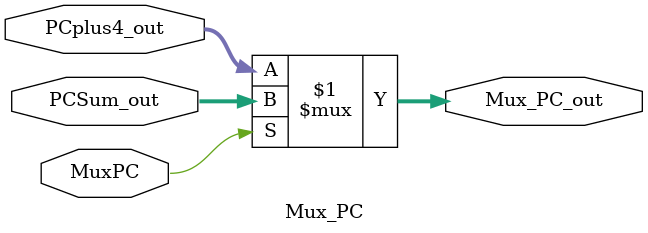
<source format=v>
module Mux_PC(
    input [31:0] PCplus4_out,
    input [31:0] PCSum_out,
    input MuxPC,
    output [31:0] Mux_PC_out
);
    assign Mux_PC_out= (MuxPC)? PCSum_out: PCplus4_out;
endmodule
</source>
